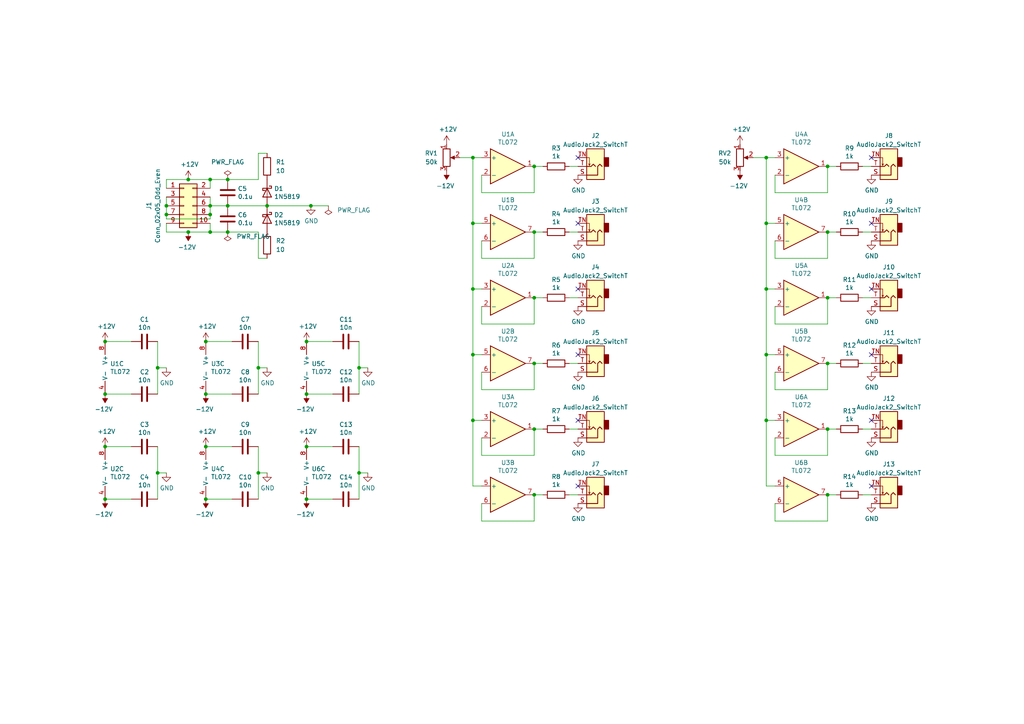
<source format=kicad_sch>
(kicad_sch (version 20211123) (generator eeschema)
  (paper "A4")
  (lib_symbols
    (symbol "Amplifier_Operational:TL072" (pin_names (offset 0.127))
      (property "Reference" "U" (at 0 5.08 0))
      (property "Value" "TL072" (at 0 -5.08 0))
      (symbol "TL072_1_1"
        (polyline (pts (xy -5.08 5.08) (xy 5.08 0) (xy -5.08 -5.08) (xy -5.08 5.08)) (stroke (width 0.254)) (fill (type background)))
        (pin output line (at 7.62 0 180) (length 2.54) (name "~") (number "1"))
        (pin input line (at -7.62 -2.54 0) (length 2.54) (name "-") (number "2"))
        (pin input line (at -7.62 2.54 0) (length 2.54) (name "+") (number "3"))
      )
      (symbol "TL072_2_1"
        (polyline (pts (xy -5.08 5.08) (xy 5.08 0) (xy -5.08 -5.08) (xy -5.08 5.08)) (stroke (width 0.254)) (fill (type background)))
        (pin input line (at -7.62 2.54 0) (length 2.54) (name "+") (number "5"))
        (pin input line (at -7.62 -2.54 0) (length 2.54) (name "-") (number "6"))
        (pin output line (at 7.62 0 180) (length 2.54) (name "~") (number "7"))
      )
      (symbol "TL072_3_1"
        (pin power_in line (at -2.54 -7.62 90) (length 3.81) (name "V-") (number "4"))
        (pin power_in line (at -2.54 7.62 270) (length 3.81) (name "V+") (number "8"))
      )
    )
    (symbol "Connector:AudioJack2_SwitchT"
      (property "Reference" "J" (at 0 8.89 0))
      (property "Value" "AudioJack2_SwitchT" (at 0 6.35 0))
      (symbol "AudioJack2_SwitchT_0_1"
        (rectangle (start -2.54 0) (end -3.81 -2.54) (stroke (width 0.254)) (fill (type outline)))
        (polyline (pts (xy 1.778 -0.254) (xy 2.032 -0.762)))
        (polyline (pts (xy 0 0) (xy 0.635 -0.635) (xy 1.27 0) (xy 2.54 0)) (stroke (width 0.254)))
        (polyline (pts (xy 2.54 -2.54) (xy 1.778 -2.54) (xy 1.778 -0.254) (xy 1.524 -0.762)))
        (polyline (pts (xy 2.54 2.54) (xy -0.635 2.54) (xy -0.635 0) (xy -1.27 -0.635) (xy -1.905 0)) (stroke (width 0.254)))
        (rectangle (start 2.54 3.81) (end -2.54 -5.08) (stroke (width 0.254)) (fill (type background)))
      )
      (symbol "AudioJack2_SwitchT_1_1"
        (pin passive line (at 5.08 2.54 180) (length 2.54) (name "~") (number "S"))
        (pin passive line (at 5.08 0 180) (length 2.54) (name "~") (number "T"))
        (pin passive line (at 5.08 -2.54 180) (length 2.54) (name "~") (number "TN"))
      )
    )
    (symbol "Connector_Generic:Conn_02x05_Odd_Even" (pin_names (offset 1.016) hide)
      (property "Reference" "J" (at 1.27 7.62 0))
      (property "Value" "Conn_02x05_Odd_Even" (at 1.27 -7.62 0))
      (symbol "Conn_02x05_Odd_Even_1_1"
        (rectangle (start -1.27 -4.953) (end 0 -5.207) (stroke (width 0.1524)))
        (rectangle (start -1.27 -2.413) (end 0 -2.667) (stroke (width 0.1524)))
        (rectangle (start -1.27 0.127) (end 0 -0.127) (stroke (width 0.1524)))
        (rectangle (start -1.27 2.667) (end 0 2.413) (stroke (width 0.1524)))
        (rectangle (start -1.27 5.207) (end 0 4.953) (stroke (width 0.1524)))
        (rectangle (start -1.27 6.35) (end 3.81 -6.35) (stroke (width 0.254)) (fill (type background)))
        (rectangle (start 3.81 -4.953) (end 2.54 -5.207) (stroke (width 0.1524)))
        (rectangle (start 3.81 -2.413) (end 2.54 -2.667) (stroke (width 0.1524)))
        (rectangle (start 3.81 0.127) (end 2.54 -0.127) (stroke (width 0.1524)))
        (rectangle (start 3.81 2.667) (end 2.54 2.413) (stroke (width 0.1524)))
        (rectangle (start 3.81 5.207) (end 2.54 4.953) (stroke (width 0.1524)))
        (pin passive line (at -5.08 5.08 0) (length 3.81) (name "Pin_1") (number "1"))
        (pin passive line (at 7.62 -5.08 180) (length 3.81) (name "Pin_10") (number "10"))
        (pin passive line (at 7.62 5.08 180) (length 3.81) (name "Pin_2") (number "2"))
        (pin passive line (at -5.08 2.54 0) (length 3.81) (name "Pin_3") (number "3"))
        (pin passive line (at 7.62 2.54 180) (length 3.81) (name "Pin_4") (number "4"))
        (pin passive line (at -5.08 0 0) (length 3.81) (name "Pin_5") (number "5"))
        (pin passive line (at 7.62 0 180) (length 3.81) (name "Pin_6") (number "6"))
        (pin passive line (at -5.08 -2.54 0) (length 3.81) (name "Pin_7") (number "7"))
        (pin passive line (at 7.62 -2.54 180) (length 3.81) (name "Pin_8") (number "8"))
        (pin passive line (at -5.08 -5.08 0) (length 3.81) (name "Pin_9") (number "9"))
      )
    )
    (symbol "Device:C" (pin_numbers hide) (pin_names (offset 0.254))
      (property "Reference" "C" (at 0.635 2.54 0))
      (property "Value" "C" (at 0.635 -2.54 0))
      (symbol "C_0_1"
        (polyline (pts (xy -2.032 -0.762) (xy 2.032 -0.762)) (stroke (width 0.508)))
        (polyline (pts (xy -2.032 0.762) (xy 2.032 0.762)) (stroke (width 0.508)))
      )
      (symbol "C_1_1"
        (pin passive line (at 0 3.81 270) (length 2.794) (name "~") (number "1"))
        (pin passive line (at 0 -3.81 90) (length 2.794) (name "~") (number "2"))
      )
    )
    (symbol "Device:R" (pin_numbers hide) (pin_names (offset 0))
      (property "Reference" "R" (at 2.032 0 90))
      (property "Value" "R" (at 0 0 90))
      (symbol "R_0_1"
        (rectangle (start -1.016 -2.54) (end 1.016 2.54) (stroke (width 0.254)))
      )
      (symbol "R_1_1"
        (pin passive line (at 0 3.81 270) (length 1.27) (name "~") (number "1"))
        (pin passive line (at 0 -3.81 90) (length 1.27) (name "~") (number "2"))
      )
    )
    (symbol "Device:R_Potentiometer" (pin_names (offset 1.016) hide)
      (property "Reference" "RV" (at -4.445 0 90))
      (property "Value" "R_Potentiometer" (at -2.54 0 90))
      (symbol "R_Potentiometer_0_1"
        (polyline (pts (xy 2.54 0) (xy 1.524 0)))
        (polyline (pts (xy 1.143 0) (xy 2.286 0.508) (xy 2.286 -0.508) (xy 1.143 0)) (fill (type outline)))
        (rectangle (start 1.016 2.54) (end -1.016 -2.54) (stroke (width 0.254)))
      )
      (symbol "R_Potentiometer_1_1"
        (pin passive line (at 0 3.81 270) (length 1.27) (name "1") (number "1"))
        (pin passive line (at 3.81 0 180) (length 1.27) (name "2") (number "2"))
        (pin passive line (at 0 -3.81 90) (length 1.27) (name "3") (number "3"))
      )
    )
    (symbol "Diode:1N5819" (pin_numbers hide) (pin_names (offset 1.016) hide)
      (property "Reference" "D" (at 0 2.54 0))
      (property "Value" "1N5819" (at 0 -2.54 0))
      (symbol "1N5819_0_1"
        (polyline (pts (xy 1.27 0) (xy -1.27 0)))
        (polyline (pts (xy 1.27 1.27) (xy 1.27 -1.27) (xy -1.27 0) (xy 1.27 1.27)) (stroke (width 0.254)))
        (polyline (pts (xy -1.905 0.635) (xy -1.905 1.27) (xy -1.27 1.27) (xy -1.27 -1.27) (xy -0.635 -1.27) (xy -0.635 -0.635)) (stroke (width 0.254)))
      )
      (symbol "1N5819_1_1"
        (pin passive line (at -3.81 0 0) (length 2.54) (name "K") (number "1"))
        (pin passive line (at 3.81 0 180) (length 2.54) (name "A") (number "2"))
      )
    )
    (symbol "power:+12V" (power) (pin_names (offset 0))
      (property "Value" "+12V" (at 0 3.556 0))
      (symbol "+12V_0_1"
        (polyline (pts (xy -0.762 1.27) (xy 0 2.54)))
        (polyline (pts (xy 0 0) (xy 0 2.54)))
        (polyline (pts (xy 0 2.54) (xy 0.762 1.27)))
      )
      (symbol "+12V_1_1"
        (pin power_in line (at 0 0 90) (length 0) hide (name "+12V") (number "1"))
      )
    )
    (symbol "power:-12V" (power) (pin_names (offset 0))
      (property "Value" "-12V" (at 0 3.81 0))
      (symbol "-12V_0_0"
        (pin power_in line (at 0 0 90) (length 0) hide (name "-12V") (number "1"))
      )
      (symbol "-12V_0_1"
        (polyline (pts (xy 0 0) (xy 0 1.27) (xy 0.762 1.27) (xy 0 2.54) (xy -0.762 1.27) (xy 0 1.27)) (fill (type outline)))
      )
    )
    (symbol "power:GND" (power) (pin_names (offset 0))
      (property "Value" "GND" (at 0 -3.81 0))
      (symbol "GND_0_1"
        (polyline (pts (xy 0 0) (xy 0 -1.27) (xy 1.27 -1.27) (xy 0 -2.54) (xy -1.27 -1.27) (xy 0 -1.27)))
      )
      (symbol "GND_1_1"
        (pin power_in line (at 0 0 270) (length 0) hide (name "GND") (number "1"))
      )
    )
    (symbol "power:PWR_FLAG" (power) (pin_numbers hide) (pin_names (offset 0) hide)
      (property "Value" "PWR_FLAG" (at 0 3.81 0))
      (symbol "PWR_FLAG_0_0"
        (pin power_out line (at 0 0 90) (length 0) (name "pwr") (number "1"))
      )
      (symbol "PWR_FLAG_0_1"
        (polyline (pts (xy 0 0) (xy 0 1.27) (xy -1.016 1.905) (xy 0 2.54) (xy 1.016 1.905) (xy 0 1.27)))
      )
    )
  )
  (junction (at 59.69 144.78))
  (junction (at 240.03 105.41))
  (junction (at 222.25 64.77))
  (junction (at 154.94 105.41))
  (junction (at 240.03 86.36))
  (junction (at 88.9 114.3))
  (junction (at 30.48 99.06))
  (junction (at 154.94 143.51))
  (junction (at 60.96 52.07))
  (junction (at 66.04 59.69))
  (junction (at 154.94 86.36))
  (junction (at 54.61 67.31))
  (junction (at 137.16 83.82))
  (junction (at 222.25 121.92))
  (junction (at 240.03 124.46))
  (junction (at 240.03 67.31))
  (junction (at 88.9 129.54))
  (junction (at 88.9 144.78))
  (junction (at 77.47 59.69))
  (junction (at 154.94 67.31))
  (junction (at 59.69 129.54))
  (junction (at 60.96 59.69))
  (junction (at 60.96 62.23))
  (junction (at 30.48 114.3))
  (junction (at 222.25 45.72))
  (junction (at 30.48 129.54))
  (junction (at 104.14 137.16))
  (junction (at 74.93 106.68))
  (junction (at 154.94 48.26))
  (junction (at 54.61 52.07))
  (junction (at 88.9 99.06))
  (junction (at 90.17 59.69))
  (junction (at 45.72 137.16))
  (junction (at 104.14 106.68))
  (junction (at 222.25 102.87))
  (junction (at 59.69 99.06))
  (junction (at 154.94 124.46))
  (junction (at 240.03 143.51))
  (junction (at 60.96 67.31))
  (junction (at 30.48 144.78))
  (junction (at 222.25 83.82))
  (junction (at 137.16 45.72))
  (junction (at 240.03 48.26))
  (junction (at 59.69 114.3))
  (junction (at 137.16 102.87))
  (junction (at 45.72 106.68))
  (junction (at 48.26 59.69))
  (junction (at 66.04 52.07))
  (junction (at 74.93 137.16))
  (junction (at 66.04 67.31))
  (junction (at 137.16 121.92))
  (junction (at 48.26 62.23))
  (junction (at 137.16 64.77))
  (no_connect (at 252.73 45.72))
  (no_connect (at 252.73 121.92))
  (no_connect (at 252.73 64.77))
  (no_connect (at 167.64 83.82))
  (no_connect (at 252.73 140.97))
  (no_connect (at 167.64 140.97))
  (no_connect (at 167.64 102.87))
  (no_connect (at 167.64 64.77))
  (no_connect (at 252.73 83.82))
  (no_connect (at 167.64 121.92))
  (no_connect (at 252.73 102.87))
  (no_connect (at 167.64 45.72))
  (wire (pts (xy 45.72 137.16) (xy 48.26 137.16)))
  (wire (pts (xy 154.94 86.36) (xy 157.48 86.36)))
  (wire (pts (xy 139.7 146.05) (xy 139.7 151.13)))
  (wire (pts (xy 74.93 67.31) (xy 66.04 67.31)))
  (wire (pts (xy 154.94 132.08) (xy 154.94 124.46)))
  (wire (pts (xy 240.03 48.26) (xy 242.57 48.26)))
  (wire (pts (xy 104.14 99.06) (xy 104.14 106.68)))
  (wire (pts (xy 240.03 93.98) (xy 240.03 86.36)))
  (wire (pts (xy 240.03 86.36) (xy 242.57 86.36)))
  (wire (pts (xy 165.1 48.26) (xy 167.64 48.26)))
  (wire (pts (xy 137.16 121.92) (xy 137.16 140.97)))
  (wire (pts (xy 60.96 59.69) (xy 66.04 59.69)))
  (wire (pts (xy 139.7 151.13) (xy 154.94 151.13)))
  (wire (pts (xy 250.19 105.41) (xy 252.73 105.41)))
  (wire (pts (xy 139.7 88.9) (xy 139.7 93.98)))
  (wire (pts (xy 224.79 107.95) (xy 224.79 113.03)))
  (wire (pts (xy 38.1 129.54) (xy 30.48 129.54)))
  (wire (pts (xy 224.79 88.9) (xy 224.79 93.98)))
  (wire (pts (xy 74.93 44.45) (xy 74.93 52.07)))
  (wire (pts (xy 240.03 132.08) (xy 240.03 124.46)))
  (wire (pts (xy 104.14 106.68) (xy 106.68 106.68)))
  (wire (pts (xy 240.03 151.13) (xy 240.03 143.51)))
  (wire (pts (xy 137.16 64.77) (xy 139.7 64.77)))
  (wire (pts (xy 74.93 52.07) (xy 66.04 52.07)))
  (wire (pts (xy 45.72 106.68) (xy 45.72 114.3)))
  (wire (pts (xy 54.61 52.07) (xy 60.96 52.07)))
  (wire (pts (xy 137.16 64.77) (xy 137.16 83.82)))
  (wire (pts (xy 90.17 59.69) (xy 95.25 59.69)))
  (wire (pts (xy 222.25 121.92) (xy 224.79 121.92)))
  (wire (pts (xy 240.03 55.88) (xy 240.03 48.26)))
  (wire (pts (xy 139.7 55.88) (xy 154.94 55.88)))
  (wire (pts (xy 154.94 124.46) (xy 157.48 124.46)))
  (wire (pts (xy 74.93 137.16) (xy 74.93 144.78)))
  (wire (pts (xy 74.93 99.06) (xy 74.93 106.68)))
  (wire (pts (xy 88.9 144.78) (xy 96.52 144.78)))
  (wire (pts (xy 104.14 137.16) (xy 104.14 144.78)))
  (wire (pts (xy 222.25 83.82) (xy 222.25 102.87)))
  (wire (pts (xy 154.94 143.51) (xy 157.48 143.51)))
  (wire (pts (xy 38.1 99.06) (xy 30.48 99.06)))
  (wire (pts (xy 154.94 67.31) (xy 157.48 67.31)))
  (wire (pts (xy 66.04 59.69) (xy 77.47 59.69)))
  (wire (pts (xy 48.26 54.61) (xy 48.26 52.07)))
  (wire (pts (xy 74.93 129.54) (xy 74.93 137.16)))
  (wire (pts (xy 139.7 69.85) (xy 139.7 74.93)))
  (wire (pts (xy 154.94 55.88) (xy 154.94 48.26)))
  (wire (pts (xy 139.7 93.98) (xy 154.94 93.98)))
  (wire (pts (xy 154.94 113.03) (xy 154.94 105.41)))
  (wire (pts (xy 77.47 74.93) (xy 74.93 74.93)))
  (wire (pts (xy 222.25 64.77) (xy 224.79 64.77)))
  (wire (pts (xy 139.7 50.8) (xy 139.7 55.88)))
  (wire (pts (xy 60.96 64.77) (xy 60.96 67.31)))
  (wire (pts (xy 139.7 127) (xy 139.7 132.08)))
  (wire (pts (xy 165.1 105.41) (xy 167.64 105.41)))
  (wire (pts (xy 154.94 74.93) (xy 154.94 67.31)))
  (wire (pts (xy 139.7 45.72) (xy 137.16 45.72)))
  (wire (pts (xy 88.9 129.54) (xy 96.52 129.54)))
  (wire (pts (xy 250.19 86.36) (xy 252.73 86.36)))
  (wire (pts (xy 165.1 143.51) (xy 167.64 143.51)))
  (wire (pts (xy 104.14 137.16) (xy 106.68 137.16)))
  (wire (pts (xy 224.79 127) (xy 224.79 132.08)))
  (wire (pts (xy 60.96 54.61) (xy 60.96 52.07)))
  (wire (pts (xy 224.79 113.03) (xy 240.03 113.03)))
  (wire (pts (xy 133.35 45.72) (xy 137.16 45.72)))
  (wire (pts (xy 224.79 45.72) (xy 222.25 45.72)))
  (wire (pts (xy 165.1 124.46) (xy 167.64 124.46)))
  (wire (pts (xy 137.16 83.82) (xy 139.7 83.82)))
  (wire (pts (xy 45.72 137.16) (xy 45.72 144.78)))
  (wire (pts (xy 137.16 102.87) (xy 137.16 121.92)))
  (wire (pts (xy 60.96 57.15) (xy 60.96 59.69)))
  (wire (pts (xy 154.94 93.98) (xy 154.94 86.36)))
  (wire (pts (xy 224.79 50.8) (xy 224.79 55.88)))
  (wire (pts (xy 165.1 67.31) (xy 167.64 67.31)))
  (wire (pts (xy 74.93 106.68) (xy 77.47 106.68)))
  (wire (pts (xy 104.14 129.54) (xy 104.14 137.16)))
  (wire (pts (xy 224.79 69.85) (xy 224.79 74.93)))
  (wire (pts (xy 222.25 83.82) (xy 224.79 83.82)))
  (wire (pts (xy 240.03 67.31) (xy 242.57 67.31)))
  (wire (pts (xy 137.16 121.92) (xy 139.7 121.92)))
  (wire (pts (xy 60.96 63.5) (xy 60.96 62.23)))
  (wire (pts (xy 77.47 59.69) (xy 90.17 59.69)))
  (wire (pts (xy 60.96 59.69) (xy 60.96 62.23)))
  (wire (pts (xy 139.7 74.93) (xy 154.94 74.93)))
  (wire (pts (xy 222.25 102.87) (xy 222.25 121.92)))
  (wire (pts (xy 137.16 102.87) (xy 139.7 102.87)))
  (wire (pts (xy 59.69 99.06) (xy 67.31 99.06)))
  (wire (pts (xy 224.79 74.93) (xy 240.03 74.93)))
  (wire (pts (xy 222.25 102.87) (xy 224.79 102.87)))
  (wire (pts (xy 45.72 129.54) (xy 45.72 137.16)))
  (wire (pts (xy 139.7 107.95) (xy 139.7 113.03)))
  (wire (pts (xy 224.79 151.13) (xy 240.03 151.13)))
  (wire (pts (xy 250.19 124.46) (xy 252.73 124.46)))
  (wire (pts (xy 240.03 74.93) (xy 240.03 67.31)))
  (wire (pts (xy 224.79 55.88) (xy 240.03 55.88)))
  (wire (pts (xy 154.94 105.41) (xy 157.48 105.41)))
  (wire (pts (xy 88.9 114.3) (xy 96.52 114.3)))
  (wire (pts (xy 48.26 64.77) (xy 48.26 67.31)))
  (wire (pts (xy 139.7 113.03) (xy 154.94 113.03)))
  (wire (pts (xy 48.26 62.23) (xy 48.26 63.5)))
  (wire (pts (xy 240.03 143.51) (xy 242.57 143.51)))
  (wire (pts (xy 250.19 67.31) (xy 252.73 67.31)))
  (wire (pts (xy 224.79 93.98) (xy 240.03 93.98)))
  (wire (pts (xy 48.26 57.15) (xy 48.26 59.69)))
  (wire (pts (xy 240.03 105.41) (xy 242.57 105.41)))
  (wire (pts (xy 60.96 52.07) (xy 66.04 52.07)))
  (wire (pts (xy 54.61 67.31) (xy 60.96 67.31)))
  (wire (pts (xy 88.9 99.06) (xy 96.52 99.06)))
  (wire (pts (xy 59.69 129.54) (xy 67.31 129.54)))
  (wire (pts (xy 74.93 137.16) (xy 77.47 137.16)))
  (wire (pts (xy 222.25 121.92) (xy 222.25 140.97)))
  (wire (pts (xy 218.44 45.72) (xy 222.25 45.72)))
  (wire (pts (xy 137.16 83.82) (xy 137.16 102.87)))
  (wire (pts (xy 45.72 106.68) (xy 48.26 106.68)))
  (wire (pts (xy 48.26 59.69) (xy 48.26 62.23)))
  (wire (pts (xy 224.79 132.08) (xy 240.03 132.08)))
  (wire (pts (xy 222.25 45.72) (xy 222.25 64.77)))
  (wire (pts (xy 77.47 44.45) (xy 74.93 44.45)))
  (wire (pts (xy 165.1 86.36) (xy 167.64 86.36)))
  (wire (pts (xy 137.16 45.72) (xy 137.16 64.77)))
  (wire (pts (xy 74.93 106.68) (xy 74.93 114.3)))
  (wire (pts (xy 74.93 74.93) (xy 74.93 67.31)))
  (wire (pts (xy 154.94 48.26) (xy 157.48 48.26)))
  (wire (pts (xy 240.03 113.03) (xy 240.03 105.41)))
  (wire (pts (xy 250.19 143.51) (xy 252.73 143.51)))
  (wire (pts (xy 60.96 67.31) (xy 66.04 67.31)))
  (wire (pts (xy 30.48 114.3) (xy 38.1 114.3)))
  (wire (pts (xy 154.94 151.13) (xy 154.94 143.51)))
  (wire (pts (xy 224.79 146.05) (xy 224.79 151.13)))
  (wire (pts (xy 45.72 99.06) (xy 45.72 106.68)))
  (wire (pts (xy 30.48 144.78) (xy 38.1 144.78)))
  (wire (pts (xy 250.19 48.26) (xy 252.73 48.26)))
  (wire (pts (xy 48.26 52.07) (xy 54.61 52.07)))
  (wire (pts (xy 48.26 63.5) (xy 60.96 63.5)))
  (wire (pts (xy 59.69 144.78) (xy 67.31 144.78)))
  (wire (pts (xy 137.16 140.97) (xy 139.7 140.97)))
  (wire (pts (xy 104.14 106.68) (xy 104.14 114.3)))
  (wire (pts (xy 222.25 140.97) (xy 224.79 140.97)))
  (wire (pts (xy 240.03 124.46) (xy 242.57 124.46)))
  (wire (pts (xy 139.7 132.08) (xy 154.94 132.08)))
  (wire (pts (xy 48.26 67.31) (xy 54.61 67.31)))
  (wire (pts (xy 59.69 114.3) (xy 67.31 114.3)))
  (wire (pts (xy 222.25 64.77) (xy 222.25 83.82)))
  (symbol (lib_id "power:-12V") (at 129.54 49.53 180) (unit 1)
    (property "Reference" "#PWR023" (effects hide))
    (property "Value" "-12V" (at 129.159 53.9242 0))
  )
  (symbol (lib_id "power:GND") (at 167.64 146.05 0) (unit 1)
    (property "Reference" "#PWR029" (effects hide))
    (property "Value" "GND" (at 167.767 150.4442 0))
  )
  (symbol (lib_id "Device:R") (at 246.38 143.51 270) (unit 1)
    (property "Reference" "R14" (at 246.38 138.2522 90))
    (property "Value" "1k" (at 246.38 140.5636 90))
    (property "Footprint" "Resistor_THT:R_Axial_DIN0207_L6.3mm_D2.5mm_P7.62mm_Horizontal" (effects hide))
  )
  (symbol (lib_id "Device:C") (at 41.91 99.06 90) (unit 1)
    (property "Reference" "C1" (at 41.91 92.6592 90))
    (property "Value" "10n" (at 41.91 94.9706 90))
    (property "Footprint" "Capacitor_THT:C_Disc_D5.0mm_W2.5mm_P5.00mm" (effects hide))
  )
  (symbol (lib_id "Device:C") (at 100.33 144.78 90) (unit 1)
    (property "Reference" "C14" (at 100.33 138.3792 90))
    (property "Value" "10n" (at 100.33 140.6906 90))
    (property "Footprint" "Capacitor_THT:C_Disc_D5.0mm_W2.5mm_P5.00mm" (effects hide))
  )
  (symbol (lib_id "power:GND") (at 48.26 106.68 0) (unit 1)
    (property "Reference" "#PWR05" (effects hide))
    (property "Value" "GND" (at 48.387 111.0742 0))
  )
  (symbol (lib_id "Device:C") (at 41.91 114.3 90) (unit 1)
    (property "Reference" "C2" (at 41.91 107.8992 90))
    (property "Value" "10n" (at 41.91 110.2106 90))
    (property "Footprint" "Capacitor_THT:C_Disc_D5.0mm_W2.5mm_P5.00mm" (effects hide))
  )
  (symbol (lib_id "power:GND") (at 167.64 88.9 0) (unit 1)
    (property "Reference" "#PWR026" (effects hide))
    (property "Value" "GND" (at 167.767 93.2942 0))
  )
  (symbol (lib_id "Connector:AudioJack2_SwitchT") (at 257.81 67.31 180) (unit 1)
    (property "Reference" "J9" (at 257.81 58.42 0))
    (property "Value" "AudioJack2_SwitchT" (at 257.81 60.96 0))
    (property "Footprint" "Connector_Audio:Jack_3.5mm_QingPu_WQP-PJ398SM_Vertical_CircularHoles" (effects hide))
  )
  (symbol (lib_id "power:GND") (at 252.73 88.9 0) (unit 1)
    (property "Reference" "#PWR034" (effects hide))
    (property "Value" "GND" (at 252.857 93.2942 0))
  )
  (symbol (lib_id "power:-12V") (at 59.69 144.78 180) (unit 1)
    (property "Reference" "#PWR012" (effects hide))
    (property "Value" "-12V" (at 59.309 149.1742 0))
  )
  (symbol (lib_id "Device:R") (at 246.38 105.41 270) (unit 1)
    (property "Reference" "R12" (at 246.38 100.1522 90))
    (property "Value" "1k" (at 246.38 102.4636 90))
    (property "Footprint" "Resistor_THT:R_Axial_DIN0207_L6.3mm_D2.5mm_P7.62mm_Horizontal" (effects hide))
  )
  (symbol (lib_id "power:+12V") (at 54.61 52.07 0) (unit 1)
    (property "Reference" "#PWR07" (effects hide))
    (property "Value" "+12V" (at 54.991 47.6758 0))
  )
  (symbol (lib_id "Amplifier_Operational:TL072") (at 33.02 106.68 0) (unit 3)
    (property "Reference" "U1" (at 31.9532 105.5116 0) (effects (justify left)))
    (property "Value" "TL072" (at 31.9532 107.823 0) (effects (justify left)))
    (property "Footprint" "Package_DIP:DIP-8_W7.62mm_Socket" (effects hide))
    (property "Datasheet" "http://www.ti.com/lit/ds/symlink/tl071.pdf" (effects hide))
  )
  (symbol (lib_id "Connector:AudioJack2_SwitchT") (at 257.81 86.36 180) (unit 1)
    (property "Reference" "J10" (at 257.81 77.47 0))
    (property "Value" "AudioJack2_SwitchT" (at 257.81 80.01 0))
    (property "Footprint" "Connector_Audio:Jack_3.5mm_QingPu_WQP-PJ398SM_Vertical_CircularHoles" (effects hide))
  )
  (symbol (lib_id "power:-12V") (at 54.61 67.31 180) (unit 1)
    (property "Reference" "#PWR08" (effects hide))
    (property "Value" "-12V" (at 54.229 71.7042 0))
  )
  (symbol (lib_id "Connector:AudioJack2_SwitchT") (at 257.81 105.41 180) (unit 1)
    (property "Reference" "J11" (at 257.81 96.52 0))
    (property "Value" "AudioJack2_SwitchT" (at 257.81 99.06 0))
    (property "Footprint" "Connector_Audio:Jack_3.5mm_QingPu_WQP-PJ398SM_Vertical_CircularHoles" (effects hide))
  )
  (symbol (lib_id "Amplifier_Operational:TL072") (at 62.23 137.16 0) (unit 3)
    (property "Reference" "U4" (at 61.1632 135.9916 0) (effects (justify left)))
    (property "Value" "TL072" (at 61.1632 138.303 0) (effects (justify left)))
    (property "Footprint" "Package_DIP:DIP-8_W7.62mm_Socket" (effects hide))
    (property "Datasheet" "http://www.ti.com/lit/ds/symlink/tl071.pdf" (effects hide))
  )
  (symbol (lib_id "power:GND") (at 77.47 106.68 0) (unit 1)
    (property "Reference" "#PWR013" (effects hide))
    (property "Value" "GND" (at 77.597 111.0742 0))
  )
  (symbol (lib_id "power:GND") (at 167.64 50.8 0) (unit 1)
    (property "Reference" "#PWR024" (effects hide))
    (property "Value" "GND" (at 167.767 55.1942 0))
  )
  (symbol (lib_id "power:GND") (at 106.68 106.68 0) (unit 1)
    (property "Reference" "#PWR020" (effects hide))
    (property "Value" "GND" (at 106.807 111.0742 0))
  )
  (symbol (lib_id "power:GND") (at 167.64 127 0) (unit 1)
    (property "Reference" "#PWR028" (effects hide))
    (property "Value" "GND" (at 167.767 131.3942 0))
  )
  (symbol (lib_id "Device:R") (at 246.38 67.31 270) (unit 1)
    (property "Reference" "R10" (at 246.38 62.0522 90))
    (property "Value" "1k" (at 246.38 64.3636 90))
    (property "Footprint" "Resistor_THT:R_Axial_DIN0207_L6.3mm_D2.5mm_P7.62mm_Horizontal" (effects hide))
  )
  (symbol (lib_id "power:GND") (at 167.64 107.95 0) (unit 1)
    (property "Reference" "#PWR027" (effects hide))
    (property "Value" "GND" (at 167.767 112.3442 0))
  )
  (symbol (lib_id "Device:C") (at 41.91 129.54 90) (unit 1)
    (property "Reference" "C3" (at 41.91 123.1392 90))
    (property "Value" "10n" (at 41.91 125.4506 90))
    (property "Footprint" "Capacitor_THT:C_Disc_D5.0mm_W2.5mm_P5.00mm" (effects hide))
  )
  (symbol (lib_id "Amplifier_Operational:TL072") (at 62.23 106.68 0) (unit 3)
    (property "Reference" "U3" (at 61.1632 105.5116 0) (effects (justify left)))
    (property "Value" "TL072" (at 61.1632 107.823 0) (effects (justify left)))
    (property "Footprint" "Package_DIP:DIP-8_W7.62mm_Socket" (effects hide))
    (property "Datasheet" "http://www.ti.com/lit/ds/symlink/tl071.pdf" (effects hide))
  )
  (symbol (lib_id "power:+12V") (at 59.69 129.54 0) (unit 1)
    (property "Reference" "#PWR011" (effects hide))
    (property "Value" "+12V" (at 60.071 125.1458 0))
  )
  (symbol (lib_id "Connector:AudioJack2_SwitchT") (at 172.72 105.41 180) (unit 1)
    (property "Reference" "J5" (at 172.72 96.52 0))
    (property "Value" "AudioJack2_SwitchT" (at 172.72 99.06 0))
    (property "Footprint" "Connector_Audio:Jack_3.5mm_QingPu_WQP-PJ398SM_Vertical_CircularHoles" (effects hide))
  )
  (symbol (lib_id "Amplifier_Operational:TL072") (at 232.41 124.46 0) (unit 1)
    (property "Reference" "U6" (at 232.41 115.1382 0))
    (property "Value" "TL072" (at 232.41 117.4496 0))
    (property "Footprint" "Package_DIP:DIP-8_W7.62mm_Socket" (effects hide))
    (property "Datasheet" "http://www.ti.com/lit/ds/symlink/tl071.pdf" (effects hide))
  )
  (symbol (lib_id "power:GND") (at 252.73 146.05 0) (unit 1)
    (property "Reference" "#PWR037" (effects hide))
    (property "Value" "GND" (at 252.857 150.4442 0))
  )
  (symbol (lib_id "power:PWR_FLAG") (at 95.25 59.69 180) (unit 1)
    (property "Reference" "#FLG03" (effects hide))
    (property "Value" "PWR_FLAG" (at 97.79 60.9599 0) (effects (justify right)))
  )
  (symbol (lib_id "Diode:1N5819") (at 77.47 63.5 270) (unit 1)
    (property "Reference" "D2" (at 79.502 62.3316 90) (effects (justify left)))
    (property "Value" "1N5819" (at 79.502 64.643 90) (effects (justify left)))
    (property "Footprint" "Diode_THT:D_DO-41_SOD81_P10.16mm_Horizontal" (effects hide))
    (property "Datasheet" "http://www.vishay.com/docs/88525/1n5817.pdf" (effects hide))
  )
  (symbol (lib_id "Device:R") (at 161.29 48.26 270) (unit 1)
    (property "Reference" "R3" (at 161.29 43.0022 90))
    (property "Value" "1k" (at 161.29 45.3136 90))
    (property "Footprint" "Resistor_THT:R_Axial_DIN0207_L6.3mm_D2.5mm_P7.62mm_Horizontal" (effects hide))
  )
  (symbol (lib_id "Device:C") (at 71.12 129.54 90) (unit 1)
    (property "Reference" "C9" (at 71.12 123.1392 90))
    (property "Value" "10n" (at 71.12 125.4506 90))
    (property "Footprint" "Capacitor_THT:C_Disc_D5.0mm_W2.5mm_P5.00mm" (effects hide))
  )
  (symbol (lib_id "Amplifier_Operational:TL072") (at 232.41 143.51 0) (unit 2)
    (property "Reference" "U6" (at 232.41 134.1882 0))
    (property "Value" "TL072" (at 232.41 136.4996 0))
    (property "Footprint" "Package_DIP:DIP-8_W7.62mm_Socket" (effects hide))
    (property "Datasheet" "http://www.ti.com/lit/ds/symlink/tl071.pdf" (effects hide))
  )
  (symbol (lib_id "power:-12V") (at 30.48 144.78 180) (unit 1)
    (property "Reference" "#PWR04" (effects hide))
    (property "Value" "-12V" (at 30.099 149.1742 0))
  )
  (symbol (lib_id "power:+12V") (at 30.48 99.06 0) (unit 1)
    (property "Reference" "#PWR01" (effects hide))
    (property "Value" "+12V" (at 30.861 94.6658 0))
  )
  (symbol (lib_id "Device:R") (at 77.47 48.26 0) (unit 1)
    (property "Reference" "R1" (at 80.01 46.9899 0) (effects (justify left)))
    (property "Value" "10" (at 80.01 49.5299 0) (effects (justify left)))
    (property "Footprint" "Resistor_THT:R_Axial_DIN0207_L6.3mm_D2.5mm_P7.62mm_Horizontal" (effects hide))
  )
  (symbol (lib_id "Connector:AudioJack2_SwitchT") (at 172.72 143.51 180) (unit 1)
    (property "Reference" "J7" (at 172.72 134.62 0))
    (property "Value" "AudioJack2_SwitchT" (at 172.72 137.16 0))
    (property "Footprint" "Connector_Audio:Jack_3.5mm_QingPu_WQP-PJ398SM_Vertical_CircularHoles" (effects hide))
  )
  (symbol (lib_id "power:+12V") (at 214.63 41.91 0) (unit 1)
    (property "Reference" "#PWR030" (effects hide))
    (property "Value" "+12V" (at 215.011 37.5158 0))
  )
  (symbol (lib_id "Amplifier_Operational:TL072") (at 147.32 143.51 0) (unit 2)
    (property "Reference" "U3" (at 147.32 134.1882 0))
    (property "Value" "TL072" (at 147.32 136.4996 0))
    (property "Footprint" "Package_DIP:DIP-8_W7.62mm_Socket" (effects hide))
    (property "Datasheet" "http://www.ti.com/lit/ds/symlink/tl071.pdf" (effects hide))
  )
  (symbol (lib_id "power:+12V") (at 129.54 41.91 0) (unit 1)
    (property "Reference" "#PWR022" (effects hide))
    (property "Value" "+12V" (at 129.921 37.5158 0))
  )
  (symbol (lib_id "Device:C") (at 71.12 144.78 90) (unit 1)
    (property "Reference" "C10" (at 71.12 138.3792 90))
    (property "Value" "10n" (at 71.12 140.6906 90))
    (property "Footprint" "Capacitor_THT:C_Disc_D5.0mm_W2.5mm_P5.00mm" (effects hide))
  )
  (symbol (lib_id "Device:R") (at 246.38 86.36 270) (unit 1)
    (property "Reference" "R11" (at 246.38 81.1022 90))
    (property "Value" "1k" (at 246.38 83.4136 90))
    (property "Footprint" "Resistor_THT:R_Axial_DIN0207_L6.3mm_D2.5mm_P7.62mm_Horizontal" (effects hide))
  )
  (symbol (lib_id "Amplifier_Operational:TL072") (at 232.41 86.36 0) (unit 1)
    (property "Reference" "U5" (at 232.41 77.0382 0))
    (property "Value" "TL072" (at 232.41 79.3496 0))
    (property "Footprint" "Package_DIP:DIP-8_W7.62mm_Socket" (effects hide))
    (property "Datasheet" "http://www.ti.com/lit/ds/symlink/tl071.pdf" (effects hide))
  )
  (symbol (lib_id "Amplifier_Operational:TL072") (at 33.02 137.16 0) (unit 3)
    (property "Reference" "U2" (at 31.9532 135.9916 0) (effects (justify left)))
    (property "Value" "TL072" (at 31.9532 138.303 0) (effects (justify left)))
    (property "Footprint" "Package_DIP:DIP-8_W7.62mm_Socket" (effects hide))
    (property "Datasheet" "http://www.ti.com/lit/ds/symlink/tl071.pdf" (effects hide))
  )
  (symbol (lib_id "Connector:AudioJack2_SwitchT") (at 257.81 124.46 180) (unit 1)
    (property "Reference" "J12" (at 257.81 115.57 0))
    (property "Value" "AudioJack2_SwitchT" (at 257.81 118.11 0))
    (property "Footprint" "Connector_Audio:Jack_3.5mm_QingPu_WQP-PJ398SM_Vertical_CircularHoles" (effects hide))
  )
  (symbol (lib_id "power:GND") (at 106.68 137.16 0) (unit 1)
    (property "Reference" "#PWR021" (effects hide))
    (property "Value" "GND" (at 106.807 141.5542 0))
  )
  (symbol (lib_id "Amplifier_Operational:TL072") (at 147.32 67.31 0) (unit 2)
    (property "Reference" "U1" (at 147.32 57.9882 0))
    (property "Value" "TL072" (at 147.32 60.2996 0))
    (property "Footprint" "Package_DIP:DIP-8_W7.62mm_Socket" (effects hide))
    (property "Datasheet" "http://www.ti.com/lit/ds/symlink/tl071.pdf" (effects hide))
  )
  (symbol (lib_id "power:GND") (at 90.17 59.69 0) (unit 1)
    (property "Reference" "#PWR019" (effects hide))
    (property "Value" "GND" (at 90.297 64.0842 0))
  )
  (symbol (lib_id "Device:R") (at 161.29 86.36 270) (unit 1)
    (property "Reference" "R5" (at 161.29 81.1022 90))
    (property "Value" "1k" (at 161.29 83.4136 90))
    (property "Footprint" "Resistor_THT:R_Axial_DIN0207_L6.3mm_D2.5mm_P7.62mm_Horizontal" (effects hide))
  )
  (symbol (lib_id "power:GND") (at 252.73 69.85 0) (unit 1)
    (property "Reference" "#PWR033" (effects hide))
    (property "Value" "GND" (at 252.857 74.2442 0))
  )
  (symbol (lib_id "Device:C") (at 100.33 129.54 90) (unit 1)
    (property "Reference" "C13" (at 100.33 123.1392 90))
    (property "Value" "10n" (at 100.33 125.4506 90))
    (property "Footprint" "Capacitor_THT:C_Disc_D5.0mm_W2.5mm_P5.00mm" (effects hide))
  )
  (symbol (lib_id "power:-12V") (at 88.9 114.3 180) (unit 1)
    (property "Reference" "#PWR016" (effects hide))
    (property "Value" "-12V" (at 88.519 118.6942 0))
  )
  (symbol (lib_id "Connector_Generic:Conn_02x05_Odd_Even") (at 53.34 59.69 0) (unit 1)
    (property "Reference" "J1" (at 43.18 59.69 90))
    (property "Value" "Conn_02x05_Odd_Even" (at 45.72 59.69 90))
    (property "Footprint" "Connector_PinHeader_2.54mm:PinHeader_2x05_P2.54mm_Vertical" (effects hide))
  )
  (symbol (lib_id "power:+12V") (at 88.9 99.06 0) (unit 1)
    (property "Reference" "#PWR015" (effects hide))
    (property "Value" "+12V" (at 89.281 94.6658 0))
  )
  (symbol (lib_id "power:+12V") (at 88.9 129.54 0) (unit 1)
    (property "Reference" "#PWR017" (effects hide))
    (property "Value" "+12V" (at 89.281 125.1458 0))
  )
  (symbol (lib_id "Device:C") (at 41.91 144.78 90) (unit 1)
    (property "Reference" "C4" (at 41.91 138.3792 90))
    (property "Value" "10n" (at 41.91 140.6906 90))
    (property "Footprint" "Capacitor_THT:C_Disc_D5.0mm_W2.5mm_P5.00mm" (effects hide))
  )
  (symbol (lib_id "Amplifier_Operational:TL072") (at 232.41 105.41 0) (unit 2)
    (property "Reference" "U5" (at 232.41 96.0882 0))
    (property "Value" "TL072" (at 232.41 98.3996 0))
    (property "Footprint" "Package_DIP:DIP-8_W7.62mm_Socket" (effects hide))
    (property "Datasheet" "http://www.ti.com/lit/ds/symlink/tl071.pdf" (effects hide))
  )
  (symbol (lib_id "Amplifier_Operational:TL072") (at 147.32 124.46 0) (unit 1)
    (property "Reference" "U3" (at 147.32 115.1382 0))
    (property "Value" "TL072" (at 147.32 117.4496 0))
    (property "Footprint" "Package_DIP:DIP-8_W7.62mm_Socket" (effects hide))
    (property "Datasheet" "http://www.ti.com/lit/ds/symlink/tl071.pdf" (effects hide))
  )
  (symbol (lib_id "Amplifier_Operational:TL072") (at 232.41 48.26 0) (unit 1)
    (property "Reference" "U4" (at 232.41 38.9382 0))
    (property "Value" "TL072" (at 232.41 41.2496 0))
    (property "Footprint" "Package_DIP:DIP-8_W7.62mm_Socket" (effects hide))
    (property "Datasheet" "http://www.ti.com/lit/ds/symlink/tl071.pdf" (effects hide))
  )
  (symbol (lib_id "Device:C") (at 100.33 114.3 90) (unit 1)
    (property "Reference" "C12" (at 100.33 107.8992 90))
    (property "Value" "10n" (at 100.33 110.2106 90))
    (property "Footprint" "Capacitor_THT:C_Disc_D5.0mm_W2.5mm_P5.00mm" (effects hide))
  )
  (symbol (lib_id "power:GND") (at 252.73 127 0) (unit 1)
    (property "Reference" "#PWR036" (effects hide))
    (property "Value" "GND" (at 252.857 131.3942 0))
  )
  (symbol (lib_id "Device:R") (at 161.29 143.51 270) (unit 1)
    (property "Reference" "R8" (at 161.29 138.2522 90))
    (property "Value" "1k" (at 161.29 140.5636 90))
    (property "Footprint" "Resistor_THT:R_Axial_DIN0207_L6.3mm_D2.5mm_P7.62mm_Horizontal" (effects hide))
  )
  (symbol (lib_id "Connector:AudioJack2_SwitchT") (at 257.81 48.26 180) (unit 1)
    (property "Reference" "J8" (at 257.81 39.37 0))
    (property "Value" "AudioJack2_SwitchT" (at 257.81 41.91 0))
    (property "Footprint" "Connector_Audio:Jack_3.5mm_QingPu_WQP-PJ398SM_Vertical_CircularHoles" (effects hide))
  )
  (symbol (lib_id "power:-12V") (at 214.63 49.53 180) (unit 1)
    (property "Reference" "#PWR031" (effects hide))
    (property "Value" "-12V" (at 214.249 53.9242 0))
  )
  (symbol (lib_id "power:-12V") (at 59.69 114.3 180) (unit 1)
    (property "Reference" "#PWR010" (effects hide))
    (property "Value" "-12V" (at 59.309 118.6942 0))
  )
  (symbol (lib_id "Connector:AudioJack2_SwitchT") (at 257.81 143.51 180) (unit 1)
    (property "Reference" "J13" (at 257.81 134.62 0))
    (property "Value" "AudioJack2_SwitchT" (at 257.81 137.16 0))
    (property "Footprint" "Connector_Audio:Jack_3.5mm_QingPu_WQP-PJ398SM_Vertical_CircularHoles" (effects hide))
  )
  (symbol (lib_id "Amplifier_Operational:TL072") (at 232.41 67.31 0) (unit 2)
    (property "Reference" "U4" (at 232.41 57.9882 0))
    (property "Value" "TL072" (at 232.41 60.2996 0))
    (property "Footprint" "Package_DIP:DIP-8_W7.62mm_Socket" (effects hide))
    (property "Datasheet" "http://www.ti.com/lit/ds/symlink/tl071.pdf" (effects hide))
  )
  (symbol (lib_id "Device:C") (at 71.12 114.3 90) (unit 1)
    (property "Reference" "C8" (at 71.12 107.8992 90))
    (property "Value" "10n" (at 71.12 110.2106 90))
    (property "Footprint" "Capacitor_THT:C_Disc_D5.0mm_W2.5mm_P5.00mm" (effects hide))
  )
  (symbol (lib_id "power:-12V") (at 30.48 114.3 180) (unit 1)
    (property "Reference" "#PWR02" (effects hide))
    (property "Value" "-12V" (at 30.099 118.6942 0))
  )
  (symbol (lib_id "power:PWR_FLAG") (at 66.04 67.31 180) (unit 1)
    (property "Reference" "#FLG02" (effects hide))
    (property "Value" "PWR_FLAG" (at 68.58 68.5799 0) (effects (justify right)))
  )
  (symbol (lib_id "power:-12V") (at 88.9 144.78 180) (unit 1)
    (property "Reference" "#PWR018" (effects hide))
    (property "Value" "-12V" (at 88.519 149.1742 0))
  )
  (symbol (lib_id "Amplifier_Operational:TL072") (at 91.44 106.68 0) (unit 3)
    (property "Reference" "U5" (at 90.3732 105.5116 0) (effects (justify left)))
    (property "Value" "TL072" (at 90.3732 107.823 0) (effects (justify left)))
    (property "Footprint" "Package_DIP:DIP-8_W7.62mm_Socket" (effects hide))
    (property "Datasheet" "http://www.ti.com/lit/ds/symlink/tl071.pdf" (effects hide))
  )
  (symbol (lib_id "Device:R_Potentiometer") (at 214.63 45.72 0) (unit 1)
    (property "Reference" "RV2" (at 212.09 44.4499 0) (effects (justify right)))
    (property "Value" "50k" (at 212.09 46.9899 0) (effects (justify right)))
    (property "Footprint" "Potentiometer_THT:Potentiometer_Alpha_RD901F-40-00D_Single_Vertical_CircularHoles" (effects hide))
  )
  (symbol (lib_id "power:GND") (at 167.64 69.85 0) (unit 1)
    (property "Reference" "#PWR025" (effects hide))
    (property "Value" "GND" (at 167.767 74.2442 0))
  )
  (symbol (lib_id "power:GND") (at 252.73 107.95 0) (unit 1)
    (property "Reference" "#PWR035" (effects hide))
    (property "Value" "GND" (at 252.857 112.3442 0))
  )
  (symbol (lib_id "power:+12V") (at 30.48 129.54 0) (unit 1)
    (property "Reference" "#PWR03" (effects hide))
    (property "Value" "+12V" (at 30.861 125.1458 0))
  )
  (symbol (lib_id "Amplifier_Operational:TL072") (at 147.32 48.26 0) (unit 1)
    (property "Reference" "U1" (at 147.32 38.9382 0))
    (property "Value" "TL072" (at 147.32 41.2496 0))
    (property "Footprint" "Package_DIP:DIP-8_W7.62mm_Socket" (effects hide))
    (property "Datasheet" "http://www.ti.com/lit/ds/symlink/tl071.pdf" (effects hide))
  )
  (symbol (lib_id "power:+12V") (at 59.69 99.06 0) (unit 1)
    (property "Reference" "#PWR09" (effects hide))
    (property "Value" "+12V" (at 60.071 94.6658 0))
  )
  (symbol (lib_id "Amplifier_Operational:TL072") (at 147.32 105.41 0) (unit 2)
    (property "Reference" "U2" (at 147.32 96.0882 0))
    (property "Value" "TL072" (at 147.32 98.3996 0))
    (property "Footprint" "Package_DIP:DIP-8_W7.62mm_Socket" (effects hide))
    (property "Datasheet" "http://www.ti.com/lit/ds/symlink/tl071.pdf" (effects hide))
  )
  (symbol (lib_id "Device:R") (at 161.29 124.46 270) (unit 1)
    (property "Reference" "R7" (at 161.29 119.2022 90))
    (property "Value" "1k" (at 161.29 121.5136 90))
    (property "Footprint" "Resistor_THT:R_Axial_DIN0207_L6.3mm_D2.5mm_P7.62mm_Horizontal" (effects hide))
  )
  (symbol (lib_id "Device:C") (at 100.33 99.06 90) (unit 1)
    (property "Reference" "C11" (at 100.33 92.6592 90))
    (property "Value" "10n" (at 100.33 94.9706 90))
    (property "Footprint" "Capacitor_THT:C_Disc_D5.0mm_W2.5mm_P5.00mm" (effects hide))
  )
  (symbol (lib_id "Device:R") (at 77.47 71.12 0) (unit 1)
    (property "Reference" "R2" (at 80.01 69.8499 0) (effects (justify left)))
    (property "Value" "10" (at 80.01 72.3899 0) (effects (justify left)))
    (property "Footprint" "Resistor_THT:R_Axial_DIN0207_L6.3mm_D2.5mm_P7.62mm_Horizontal" (effects hide))
  )
  (symbol (lib_id "Device:R_Potentiometer") (at 129.54 45.72 0) (unit 1)
    (property "Reference" "RV1" (at 127 44.4499 0) (effects (justify right)))
    (property "Value" "50k" (at 127 46.9899 0) (effects (justify right)))
    (property "Footprint" "Potentiometer_THT:Potentiometer_Alpha_RD901F-40-00D_Single_Vertical_CircularHoles" (effects hide))
  )
  (symbol (lib_id "Diode:1N5819") (at 77.47 55.88 270) (unit 1)
    (property "Reference" "D1" (at 79.502 54.7116 90) (effects (justify left)))
    (property "Value" "1N5819" (at 79.502 57.023 90) (effects (justify left)))
    (property "Footprint" "Diode_THT:D_DO-41_SOD81_P10.16mm_Horizontal" (effects hide))
    (property "Datasheet" "http://www.vishay.com/docs/88525/1n5817.pdf" (effects hide))
  )
  (symbol (lib_id "Device:R") (at 246.38 124.46 270) (unit 1)
    (property "Reference" "R13" (at 246.38 119.2022 90))
    (property "Value" "1k" (at 246.38 121.5136 90))
    (property "Footprint" "Resistor_THT:R_Axial_DIN0207_L6.3mm_D2.5mm_P7.62mm_Horizontal" (effects hide))
  )
  (symbol (lib_id "Connector:AudioJack2_SwitchT") (at 172.72 124.46 180) (unit 1)
    (property "Reference" "J6" (at 172.72 115.57 0))
    (property "Value" "AudioJack2_SwitchT" (at 172.72 118.11 0))
    (property "Footprint" "Connector_Audio:Jack_3.5mm_QingPu_WQP-PJ398SM_Vertical_CircularHoles" (effects hide))
  )
  (symbol (lib_id "Device:R") (at 246.38 48.26 270) (unit 1)
    (property "Reference" "R9" (at 246.38 43.0022 90))
    (property "Value" "1k" (at 246.38 45.3136 90))
    (property "Footprint" "Resistor_THT:R_Axial_DIN0207_L6.3mm_D2.5mm_P7.62mm_Horizontal" (effects hide))
  )
  (symbol (lib_id "power:GND") (at 48.26 137.16 0) (unit 1)
    (property "Reference" "#PWR06" (effects hide))
    (property "Value" "GND" (at 48.387 141.5542 0))
  )
  (symbol (lib_id "power:GND") (at 77.47 137.16 0) (unit 1)
    (property "Reference" "#PWR014" (effects hide))
    (property "Value" "GND" (at 77.597 141.5542 0))
  )
  (symbol (lib_id "Device:R") (at 161.29 105.41 270) (unit 1)
    (property "Reference" "R6" (at 161.29 100.1522 90))
    (property "Value" "1k" (at 161.29 102.4636 90))
    (property "Footprint" "Resistor_THT:R_Axial_DIN0207_L6.3mm_D2.5mm_P7.62mm_Horizontal" (effects hide))
  )
  (symbol (lib_id "power:PWR_FLAG") (at 66.04 52.07 0) (unit 1)
    (property "Reference" "#FLG01" (effects hide))
    (property "Value" "PWR_FLAG" (at 66.04 46.99 0))
  )
  (symbol (lib_id "Connector:AudioJack2_SwitchT") (at 172.72 86.36 180) (unit 1)
    (property "Reference" "J4" (at 172.72 77.47 0))
    (property "Value" "AudioJack2_SwitchT" (at 172.72 80.01 0))
    (property "Footprint" "Connector_Audio:Jack_3.5mm_QingPu_WQP-PJ398SM_Vertical_CircularHoles" (effects hide))
  )
  (symbol (lib_id "Connector:AudioJack2_SwitchT") (at 172.72 48.26 180) (unit 1)
    (property "Reference" "J2" (at 172.72 39.37 0))
    (property "Value" "AudioJack2_SwitchT" (at 172.72 41.91 0))
    (property "Footprint" "Connector_Audio:Jack_3.5mm_QingPu_WQP-PJ398SM_Vertical_CircularHoles" (effects hide))
  )
  (symbol (lib_id "Device:C") (at 66.04 55.88 0) (unit 1)
    (property "Reference" "C5" (at 68.961 54.7116 0) (effects (justify left)))
    (property "Value" "0.1u" (at 68.961 57.023 0) (effects (justify left)))
    (property "Footprint" "Capacitor_THT:C_Disc_D5.0mm_W2.5mm_P5.00mm" (effects hide))
  )
  (symbol (lib_id "Amplifier_Operational:TL072") (at 147.32 86.36 0) (unit 1)
    (property "Reference" "U2" (at 147.32 77.0382 0))
    (property "Value" "TL072" (at 147.32 79.3496 0))
    (property "Footprint" "Package_DIP:DIP-8_W7.62mm_Socket" (effects hide))
    (property "Datasheet" "http://www.ti.com/lit/ds/symlink/tl071.pdf" (effects hide))
  )
  (symbol (lib_id "Amplifier_Operational:TL072") (at 91.44 137.16 0) (unit 3)
    (property "Reference" "U6" (at 90.3732 135.9916 0) (effects (justify left)))
    (property "Value" "TL072" (at 90.3732 138.303 0) (effects (justify left)))
    (property "Footprint" "Package_DIP:DIP-8_W7.62mm_Socket" (effects hide))
    (property "Datasheet" "http://www.ti.com/lit/ds/symlink/tl071.pdf" (effects hide))
  )
  (symbol (lib_id "Device:R") (at 161.29 67.31 270) (unit 1)
    (property "Reference" "R4" (at 161.29 62.0522 90))
    (property "Value" "1k" (at 161.29 64.3636 90))
    (property "Footprint" "Resistor_THT:R_Axial_DIN0207_L6.3mm_D2.5mm_P7.62mm_Horizontal" (effects hide))
  )
  (symbol (lib_id "Device:C") (at 71.12 99.06 90) (unit 1)
    (property "Reference" "C7" (at 71.12 92.6592 90))
    (property "Value" "10n" (at 71.12 94.9706 90))
    (property "Footprint" "Capacitor_THT:C_Disc_D5.0mm_W2.5mm_P5.00mm" (effects hide))
  )
  (symbol (lib_id "power:GND") (at 252.73 50.8 0) (unit 1)
    (property "Reference" "#PWR032" (effects hide))
    (property "Value" "GND" (at 252.857 55.1942 0))
  )
  (symbol (lib_id "Device:C") (at 66.04 63.5 0) (unit 1)
    (property "Reference" "C6" (at 68.961 62.3316 0) (effects (justify left)))
    (property "Value" "0.1u" (at 68.961 64.643 0) (effects (justify left)))
    (property "Footprint" "Capacitor_THT:C_Disc_D5.0mm_W2.5mm_P5.00mm" (effects hide))
  )
  (symbol (lib_id "Connector:AudioJack2_SwitchT") (at 172.72 67.31 180) (unit 1)
    (property "Reference" "J3" (at 172.72 58.42 0))
    (property "Value" "AudioJack2_SwitchT" (at 172.72 60.96 0))
    (property "Footprint" "Connector_Audio:Jack_3.5mm_QingPu_WQP-PJ398SM_Vertical_CircularHoles" (effects hide))
  )
)
</source>
